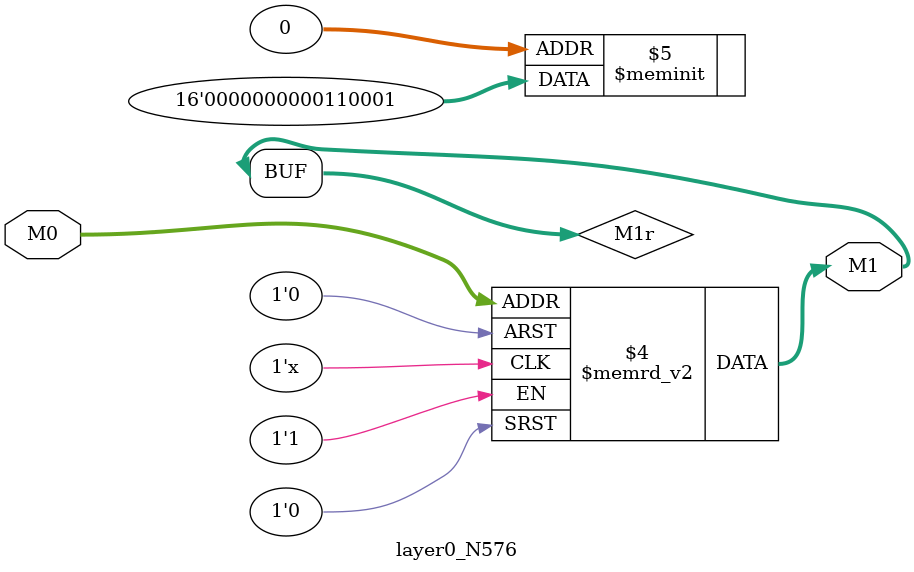
<source format=v>
module layer0_N576 ( input [2:0] M0, output [1:0] M1 );

	(*rom_style = "distributed" *) reg [1:0] M1r;
	assign M1 = M1r;
	always @ (M0) begin
		case (M0)
			3'b000: M1r = 2'b01;
			3'b100: M1r = 2'b00;
			3'b010: M1r = 2'b11;
			3'b110: M1r = 2'b00;
			3'b001: M1r = 2'b00;
			3'b101: M1r = 2'b00;
			3'b011: M1r = 2'b00;
			3'b111: M1r = 2'b00;

		endcase
	end
endmodule

</source>
